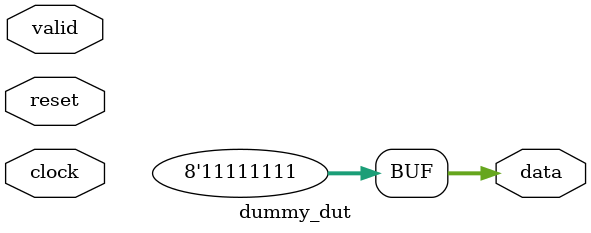
<source format=sv>
module dummy_dut(
	input wire clock,
	input wire reset,
	input wire valid,
	output logic [7:0] data
	);
	assign data='1;
endmodule

</source>
